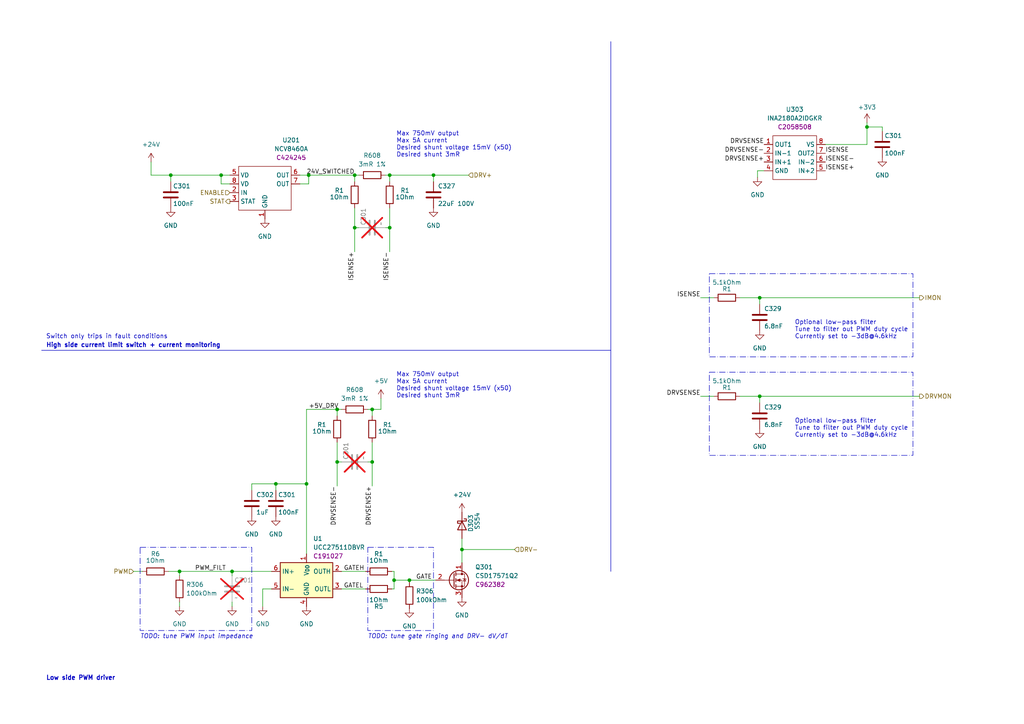
<source format=kicad_sch>
(kicad_sch (version 20230121) (generator eeschema)
  (paper "A4")
  (lib_symbols
    (symbol "Device:C" (pin_numbers hide) (pin_names (offset 0.254))
      (property "Reference" "C" (at 0.635 2.54 0))
      (property "Value" "C" (at 0.635 -2.54 0))
      (symbol "C_0_1"
        (polyline (pts (xy -2.032 -0.762) (xy 2.032 -0.762)) (stroke (width 0.508)))
        (polyline (pts (xy -2.032 0.762) (xy 2.032 0.762)) (stroke (width 0.508)))
      )
      (symbol "C_1_1"
        (pin passive line (at 0 3.81 270) (length 2.794) (name "~") (number "1"))
        (pin passive line (at 0 -3.81 90) (length 2.794) (name "~") (number "2"))
      )
    )
    (symbol "Device:D_Schottky" (pin_numbers hide) (pin_names (offset 1.016) hide)
      (property "Reference" "D" (at 0 2.54 0))
      (property "Value" "D_Schottky" (at 0 -2.54 0))
      (symbol "D_Schottky_0_1"
        (polyline (pts (xy 1.27 0) (xy -1.27 0)))
        (polyline (pts (xy 1.27 1.27) (xy 1.27 -1.27) (xy -1.27 0) (xy 1.27 1.27)) (stroke (width 0.254)))
        (polyline (pts (xy -1.905 0.635) (xy -1.905 1.27) (xy -1.27 1.27) (xy -1.27 -1.27) (xy -0.635 -1.27) (xy -0.635 -0.635)) (stroke (width 0.254)))
      )
      (symbol "D_Schottky_1_1"
        (pin passive line (at -3.81 0 0) (length 2.54) (name "K") (number "1"))
        (pin passive line (at 3.81 0 180) (length 2.54) (name "A") (number "2"))
      )
    )
    (symbol "Device:Q_NMOS_DGS" (pin_names (offset 0) hide)
      (property "Reference" "Q" (at 5.08 1.27 0))
      (property "Value" "Q_NMOS_DGS" (at 5.08 -1.27 0))
      (symbol "Q_NMOS_DGS_0_1"
        (polyline (pts (xy 0.254 0) (xy -2.54 0)))
        (polyline (pts (xy 0.254 1.905) (xy 0.254 -1.905)) (stroke (width 0.254)))
        (polyline (pts (xy 0.762 -1.27) (xy 0.762 -2.286)) (stroke (width 0.254)))
        (polyline (pts (xy 0.762 0.508) (xy 0.762 -0.508)) (stroke (width 0.254)))
        (polyline (pts (xy 0.762 2.286) (xy 0.762 1.27)) (stroke (width 0.254)))
        (polyline (pts (xy 2.54 2.54) (xy 2.54 1.778)))
        (polyline (pts (xy 2.54 -2.54) (xy 2.54 0) (xy 0.762 0)))
        (polyline (pts (xy 0.762 -1.778) (xy 3.302 -1.778) (xy 3.302 1.778) (xy 0.762 1.778)))
        (polyline (pts (xy 1.016 0) (xy 2.032 0.381) (xy 2.032 -0.381) (xy 1.016 0)) (fill (type outline)))
        (polyline (pts (xy 2.794 0.508) (xy 2.921 0.381) (xy 3.683 0.381) (xy 3.81 0.254)))
        (polyline (pts (xy 3.302 0.381) (xy 2.921 -0.254) (xy 3.683 -0.254) (xy 3.302 0.381)))
        (circle (center 1.651 0) (radius 2.794) (stroke (width 0.254)))
        (circle (center 2.54 -1.778) (radius 0.254) (fill (type outline)))
        (circle (center 2.54 1.778) (radius 0.254) (fill (type outline)))
      )
      (symbol "Q_NMOS_DGS_1_1"
        (pin passive line (at 2.54 5.08 270) (length 2.54) (name "D") (number "1"))
        (pin input line (at -5.08 0 0) (length 2.54) (name "G") (number "2"))
        (pin passive line (at 2.54 -5.08 90) (length 2.54) (name "S") (number "3"))
      )
    )
    (symbol "Device:R" (pin_numbers hide) (pin_names (offset 0))
      (property "Reference" "R" (at 2.032 0 90))
      (property "Value" "R" (at 0 0 90))
      (symbol "R_0_1"
        (rectangle (start -1.016 -2.54) (end 1.016 2.54) (stroke (width 0.254)))
      )
      (symbol "R_1_1"
        (pin passive line (at 0 3.81 270) (length 1.27) (name "~") (number "1"))
        (pin passive line (at 0 -3.81 90) (length 1.27) (name "~") (number "2"))
      )
    )
    (symbol "Driver_FET:UCC27511ADBV"
      (property "Reference" "U" (at 5.08 6.35 0))
      (property "Value" "UCC27511ADBV" (at 8.89 -6.35 0))
      (symbol "UCC27511ADBV_0_1"
        (rectangle (start -7.62 5.08) (end 7.62 -5.08) (stroke (width 0.254)) (fill (type background)))
      )
      (symbol "UCC27511ADBV_1_1"
        (pin power_in line (at 0 7.62 270) (length 2.54) (name "V_{DD}") (number "1"))
        (pin output line (at 10.16 2.54 180) (length 2.54) (name "OUTH") (number "2"))
        (pin output line (at 10.16 -2.54 180) (length 2.54) (name "OUTL") (number "3"))
        (pin power_in line (at 0 -7.62 90) (length 2.54) (name "GND") (number "4"))
        (pin input line (at -10.16 -2.54 0) (length 2.54) (name "IN-") (number "5"))
        (pin input line (at -10.16 2.54 0) (length 2.54) (name "IN+") (number "6"))
      )
    )
    (symbol "power:+24V" (power) (pin_names (offset 0))
      (property "Value" "+24V" (at 0 3.556 0))
      (symbol "+24V_0_1"
        (polyline (pts (xy -0.762 1.27) (xy 0 2.54)))
        (polyline (pts (xy 0 0) (xy 0 2.54)))
        (polyline (pts (xy 0 2.54) (xy 0.762 1.27)))
      )
      (symbol "+24V_1_1"
        (pin power_in line (at 0 0 90) (length 0) hide (name "+24V") (number "1"))
      )
    )
    (symbol "power:+3V3" (power) (pin_names (offset 0))
      (property "Value" "+3V3" (at 0 3.556 0))
      (symbol "+3V3_0_1"
        (polyline (pts (xy -0.762 1.27) (xy 0 2.54)))
        (polyline (pts (xy 0 0) (xy 0 2.54)))
        (polyline (pts (xy 0 2.54) (xy 0.762 1.27)))
      )
      (symbol "+3V3_1_1"
        (pin power_in line (at 0 0 90) (length 0) hide (name "+3V3") (number "1"))
      )
    )
    (symbol "power:+5V" (power) (pin_names (offset 0))
      (property "Value" "+5V" (at 0 3.556 0))
      (symbol "+5V_0_1"
        (polyline (pts (xy -0.762 1.27) (xy 0 2.54)))
        (polyline (pts (xy 0 0) (xy 0 2.54)))
        (polyline (pts (xy 0 2.54) (xy 0.762 1.27)))
      )
      (symbol "+5V_1_1"
        (pin power_in line (at 0 0 90) (length 0) hide (name "+5V") (number "1"))
      )
    )
    (symbol "power:GND" (power) (pin_names (offset 0))
      (property "Value" "GND" (at 0 -3.81 0))
      (symbol "GND_0_1"
        (polyline (pts (xy 0 0) (xy 0 -1.27) (xy 1.27 -1.27) (xy 0 -2.54) (xy -1.27 -1.27) (xy 0 -1.27)))
      )
      (symbol "GND_1_1"
        (pin power_in line (at 0 0 270) (length 0) hide (name "GND") (number "1"))
      )
    )
    (symbol "project:INA2180A2IDGKR"
      (property "Reference" "U" (at 0 -11.43 0))
      (property "Value" "INA2180A2IDGKR" (at 0 -8.89 0))
      (property "LCSC" "C2058508" (at 0 -19.05 0))
      (symbol "INA2180A2IDGKR_0_1"
        (rectangle (start -6.35 6.35) (end 6.35 -6.35))
      )
      (symbol "INA2180A2IDGKR_1_1"
        (pin output line (at -8.89 3.81 0) (length 2.54) (name "OUT1") (number "1"))
        (pin input line (at -8.89 1.27 0) (length 2.54) (name "IN-1") (number "2"))
        (pin input line (at -8.89 -1.27 0) (length 2.54) (name "IN+1") (number "3"))
        (pin power_out line (at -8.89 -3.81 0) (length 2.54) (name "GND") (number "4"))
        (pin input line (at 8.89 -3.81 180) (length 2.54) (name "IN+2") (number "5"))
        (pin input line (at 8.89 -1.27 180) (length 2.54) (name "IN-2") (number "6"))
        (pin output line (at 8.89 1.27 180) (length 2.54) (name "OUT2") (number "7"))
        (pin power_in line (at 8.89 3.81 180) (length 2.54) (name "VS") (number "8"))
      )
    )
    (symbol "project:NCV8460A"
      (property "Reference" "U" (at 6.35 13.97 0))
      (property "Value" "NCV8460A" (at 6.35 8.89 0))
      (property "LCSC" "C424245" (at 6.35 11.43 0))
      (symbol "NCV8460A_0_1"
        (rectangle (start -7.62 6.35) (end 7.62 -6.35))
      )
      (symbol "NCV8460A_1_1"
        (pin power_in line (at 0 -8.89 90) (length 2.54) (name "GND") (number "1"))
        (pin input line (at -10.16 -1.27 0) (length 2.54) (name "IN") (number "2"))
        (pin output line (at -10.16 -3.81 0) (length 2.54) (name "STAT") (number "3"))
        (pin no_connect line (at 2.54 -8.89 90) (length 2.54) hide (name "NC") (number "4"))
        (pin power_in line (at -10.16 3.81 0) (length 2.54) (name "VD") (number "5"))
        (pin power_out line (at 10.16 3.81 180) (length 2.54) (name "OUT") (number "6"))
        (pin power_out line (at 10.16 1.27 180) (length 2.54) (name "OUT") (number "7"))
        (pin power_in line (at -10.16 1.27 0) (length 2.54) (name "VD") (number "8"))
      )
    )
  )
  (junction (at 118.745 168.275))
  (junction (at 97.79 133.985))
  (junction (at 88.9 140.335))
  (junction (at 102.87 66.04))
  (junction (at 133.985 159.385))
  (junction (at 52.07 165.735))
  (junction (at 89.535 50.8))
  (junction (at 49.53 50.8))
  (junction (at 107.95 133.985))
  (junction (at 97.79 118.745))
  (junction (at 64.135 50.8))
  (junction (at 80.01 140.335))
  (junction (at 220.345 86.36))
  (junction (at 67.31 165.735))
  (junction (at 220.345 114.935))
  (junction (at 107.95 118.745))
  (junction (at 102.87 50.8))
  (junction (at 251.46 36.83))
  (junction (at 125.73 50.8))
  (junction (at 113.03 50.8))
  (junction (at 114.3 168.275))
  (junction (at 113.03 66.04))
  (wire (pts (xy 80.01 140.335) (xy 80.01 142.24)))
  (wire (pts (xy 67.31 174.625) (xy 67.31 175.895)))
  (wire (pts (xy 99.06 165.735) (xy 106.045 165.735)))
  (wire (pts (xy 107.95 120.65) (xy 107.95 118.745)))
  (wire (pts (xy 203.2 86.36) (xy 207.01 86.36)))
  (polyline (pts (xy 12.065 101.6) (xy 177.165 101.6)))
  (wire (pts (xy 88.9 118.745) (xy 88.9 140.335)))
  (wire (pts (xy 97.79 120.65) (xy 97.79 118.745)))
  (wire (pts (xy 76.2 175.895) (xy 76.2 170.815)))
  (wire (pts (xy 220.345 114.935) (xy 214.63 114.935)))
  (wire (pts (xy 76.2 170.815) (xy 78.74 170.815)))
  (wire (pts (xy 107.95 118.745) (xy 106.68 118.745)))
  (wire (pts (xy 219.71 51.435) (xy 219.71 49.53)))
  (wire (pts (xy 102.87 60.325) (xy 102.87 66.04)))
  (wire (pts (xy 86.995 53.34) (xy 89.535 53.34)))
  (wire (pts (xy 43.815 46.99) (xy 43.815 50.8)))
  (wire (pts (xy 113.03 66.04) (xy 113.03 60.325)))
  (wire (pts (xy 97.79 128.27) (xy 97.79 133.985)))
  (wire (pts (xy 88.9 118.745) (xy 97.79 118.745)))
  (wire (pts (xy 52.07 165.735) (xy 52.07 167.005)))
  (wire (pts (xy 113.03 50.8) (xy 113.03 52.705)))
  (wire (pts (xy 89.535 50.8) (xy 102.87 50.8)))
  (wire (pts (xy 49.53 52.705) (xy 49.53 50.8)))
  (wire (pts (xy 111.76 66.04) (xy 113.03 66.04)))
  (wire (pts (xy 125.73 50.8) (xy 125.73 52.705)))
  (wire (pts (xy 251.46 41.91) (xy 251.46 36.83)))
  (wire (pts (xy 102.87 66.04) (xy 104.14 66.04)))
  (wire (pts (xy 66.675 53.34) (xy 64.135 53.34)))
  (wire (pts (xy 114.3 168.275) (xy 118.745 168.275)))
  (polyline (pts (xy 177.165 12.065) (xy 177.165 165.735)))
  (wire (pts (xy 133.985 159.385) (xy 149.225 159.385)))
  (wire (pts (xy 220.345 88.265) (xy 220.345 86.36)))
  (wire (pts (xy 97.79 133.985) (xy 97.79 140.97)))
  (wire (pts (xy 133.985 159.385) (xy 133.985 163.195)))
  (wire (pts (xy 114.3 165.735) (xy 113.665 165.735)))
  (wire (pts (xy 113.03 50.8) (xy 125.73 50.8)))
  (wire (pts (xy 102.87 50.8) (xy 102.87 52.705)))
  (wire (pts (xy 110.49 115.57) (xy 110.49 118.745)))
  (wire (pts (xy 97.79 118.745) (xy 99.06 118.745)))
  (wire (pts (xy 113.03 73.025) (xy 113.03 66.04)))
  (wire (pts (xy 118.745 168.275) (xy 118.745 168.91)))
  (wire (pts (xy 49.53 50.8) (xy 64.135 50.8)))
  (wire (pts (xy 48.895 165.735) (xy 52.07 165.735)))
  (wire (pts (xy 97.79 133.985) (xy 99.06 133.985)))
  (wire (pts (xy 114.3 170.815) (xy 114.3 168.275)))
  (wire (pts (xy 125.73 50.8) (xy 135.89 50.8)))
  (wire (pts (xy 43.815 50.8) (xy 49.53 50.8)))
  (wire (pts (xy 86.995 50.8) (xy 89.535 50.8)))
  (wire (pts (xy 251.46 36.83) (xy 255.905 36.83)))
  (wire (pts (xy 80.01 140.335) (xy 88.9 140.335)))
  (wire (pts (xy 251.46 35.56) (xy 251.46 36.83)))
  (wire (pts (xy 38.735 165.735) (xy 41.275 165.735)))
  (wire (pts (xy 80.01 140.335) (xy 73.025 140.335)))
  (wire (pts (xy 64.135 53.34) (xy 64.135 50.8)))
  (wire (pts (xy 113.665 170.815) (xy 114.3 170.815)))
  (wire (pts (xy 99.06 170.815) (xy 106.045 170.815)))
  (wire (pts (xy 111.76 50.8) (xy 113.03 50.8)))
  (wire (pts (xy 107.95 140.97) (xy 107.95 133.985)))
  (wire (pts (xy 114.3 168.275) (xy 114.3 165.735)))
  (wire (pts (xy 220.345 86.36) (xy 214.63 86.36)))
  (wire (pts (xy 106.68 133.985) (xy 107.95 133.985)))
  (wire (pts (xy 107.95 133.985) (xy 107.95 128.27)))
  (wire (pts (xy 220.345 116.84) (xy 220.345 114.935)))
  (wire (pts (xy 67.31 165.735) (xy 67.31 167.005)))
  (wire (pts (xy 89.535 53.34) (xy 89.535 50.8)))
  (wire (pts (xy 102.87 66.04) (xy 102.87 73.025)))
  (wire (pts (xy 52.07 174.625) (xy 52.07 175.895)))
  (wire (pts (xy 239.395 41.91) (xy 251.46 41.91)))
  (wire (pts (xy 118.745 168.275) (xy 126.365 168.275)))
  (wire (pts (xy 67.31 165.735) (xy 78.74 165.735)))
  (wire (pts (xy 107.95 118.745) (xy 110.49 118.745)))
  (wire (pts (xy 203.2 114.935) (xy 207.01 114.935)))
  (wire (pts (xy 255.905 36.83) (xy 255.905 38.1)))
  (wire (pts (xy 52.07 165.735) (xy 67.31 165.735)))
  (wire (pts (xy 220.345 114.935) (xy 266.7 114.935)))
  (wire (pts (xy 220.345 86.36) (xy 266.7 86.36)))
  (wire (pts (xy 64.135 50.8) (xy 66.675 50.8)))
  (wire (pts (xy 102.87 50.8) (xy 104.14 50.8)))
  (wire (pts (xy 73.025 140.335) (xy 73.025 142.24)))
  (wire (pts (xy 88.9 140.335) (xy 88.9 160.655)))
  (wire (pts (xy 219.71 49.53) (xy 221.615 49.53)))
  (wire (pts (xy 133.985 156.21) (xy 133.985 159.385)))
  (rectangle (start 205.74 79.375) (end 264.795 103.505) (stroke (width 0) (type dash_dot)))
  (rectangle (start 205.74 107.95) (end 264.795 132.08) (stroke (width 0) (type dash_dot)))
  (rectangle (start 106.68 158.75) (end 125.73 182.88) (stroke (width 0) (type dash_dot)))
  (rectangle (start 40.64 158.75) (end 73.025 182.88) (stroke (width 0) (type dash_dot)))
  (text "Optional low-pass filter\nTune to filter out PWM duty cycle\nCurrently set to -3dB@4.6kHz" (at 230.505 98.425 0) (effects (font (size 1.27 1.27)) (justify left bottom)))
  (text "Switch only trips in fault conditions" (at 13.335 98.425 0) (effects (font (size 1.27 1.27)) (justify left bottom)))
  (text "Max 750mV output\nMax 5A current\nDesired shunt voltage 15mV (x50)\nDesired shunt 3mR\n" (at 114.935 115.57 0) (effects (font (size 1.27 1.27)) (justify left bottom)))
  (text "High side current limit switch + current monitoring" (at 13.335 100.965 0) (effects (font (size 1.27 1.27) bold) (justify left bottom)))
  (text "Max 750mV output\nMax 5A current\nDesired shunt voltage 15mV (x50)\nDesired shunt 3mR\n" (at 114.935 45.72 0) (effects (font (size 1.27 1.27)) (justify left bottom)))
  (text "TODO: tune gate ringing and DRV- dV/dT" (at 106.68 185.42 0) (effects (font (size 1.27 1.27) italic) (justify left bottom)))
  (text "Optional low-pass filter\nTune to filter out PWM duty cycle\nCurrently set to -3dB@4.6kHz" (at 230.505 127 0) (effects (font (size 1.27 1.27)) (justify left bottom)))
  (text "Low side PWM driver" (at 13.335 197.485 0) (effects (font (size 1.27 1.27) bold) (justify left bottom)))
  (text "TODO: tune PWM input impedance" (at 40.64 185.42 0) (effects (font (size 1.27 1.27) italic) (justify left bottom)))
  (label "GATE" (at 120.65 168.275 0))
  (label "DRVSENSE-" (at 97.79 140.97 270))
  (label "DRVSENSE-" (at 221.615 44.45 180))
  (label "DRVSENSE+" (at 107.95 140.97 270))
  (label "DRVSENSE" (at 203.2 114.935 180))
  (label "+5V_DRV" (at 89.535 118.745 0))
  (label "GATEL" (at 99.695 170.815 0))
  (label "24V_SWITCHED" (at 88.9 50.8 0))
  (label "ISENSE" (at 203.2 86.36 180))
  (label "ISENSE+" (at 102.87 73.025 270))
  (label "ISENSE+" (at 239.395 49.53 0))
  (label "GATEH" (at 99.695 165.735 0))
  (label "ISENSE-" (at 113.03 73.025 270))
  (label "DRVSENSE+" (at 221.615 46.99 180))
  (label "DRVSENSE" (at 221.615 41.91 180))
  (label "PWM_FILT" (at 56.515 165.735 0))
  (label "ISENSE-" (at 239.395 46.99 0))
  (label "ISENSE" (at 239.395 44.45 0))
  (hierarchical_label "DRVMON" (shape output) (at 266.7 114.935 0))
  (hierarchical_label "DRV+" (shape input) (at 135.89 50.8 0))
  (hierarchical_label "PWM" (shape input) (at 38.735 165.735 180))
  (hierarchical_label "ENABLE" (shape input) (at 66.675 55.88 180))
  (hierarchical_label "STAT" (shape output) (at 66.675 58.42 180))
  (hierarchical_label "DRV-" (shape input) (at 149.225 159.385 0))
  (hierarchical_label "IMON" (shape output) (at 266.7 86.36 0))
  (symbol (lib_id "Device:R") (at 210.82 86.36 90) (unit 1)
    (property "Reference" "R1" (at 210.82 83.82 90))
    (property "Value" "5.1kOhm" (at 210.82 81.915 90))
    (property "Footprint" "Resistor_SMD:R_0402_1005Metric" (effects hide))
    (property "Datasheet" "https://datasheet.lcsc.com/lcsc/1810301112_UNI-ROYAL-Uniroyal-Elec-0402WGF5101TCE_C25905.pdf" (effects hide))
    (property "LCSC" "C25905" (effects hide))
    (instances (project "lumicam-prog" (path "" (reference "R1") (unit 1))) (project "dis-esp32-programmer" (path "" (reference "R1") (unit 1))) (project "leddimmer-hw" (path "" (reference "R403") (unit 1)) (path "" (reference "R212") (unit 1)) (path "" (reference "R312") (unit 1))))
  )
  (symbol (lib_id "Device:R") (at 97.79 124.46 180) (unit 1)
    (property "Reference" "R1" (at 93.345 123.19 0))
    (property "Value" "1Ohm" (at 93.345 125.095 0))
    (property "Footprint" "Resistor_SMD:R_0402_1005Metric" (effects hide))
    (property "LCSC" "C25086" (effects hide))
    (instances (project "leddimmer-hw" (path "" (reference "R1") (unit 1)) (path "" (reference "R203") (unit 1)) (path "" (reference "R303") (unit 1))))
  )
  (symbol (lib_id "power:+24V") (at 133.985 148.59 0) (unit 1)
    (property "Reference" "#PWR0213" (effects hide))
    (property "Value" "+24V" (at 133.985 143.51 0))
    (instances (project "leddimmer-hw" (path "" (reference "#PWR0213") (unit 1)) (path "" (reference "#PWR0313") (unit 1))))
  )
  (symbol (lib_id "power:+5V") (at 110.49 115.57 0) (unit 1)
    (property "Reference" "#PWR0210" (effects hide))
    (property "Value" "+5V" (at 110.49 110.49 0))
    (instances (project "leddimmer-hw" (path "" (reference "#PWR0210") (unit 1)) (path "" (reference "#PWR0310") (unit 1))))
  )
  (symbol (lib_id "project:INA2180A2IDGKR") (at 230.505 45.72 0) (unit 1)
    (property "Reference" "U303" (at 230.505 31.75 0))
    (property "Value" "INA2180A2IDGKR" (at 230.505 34.29 0))
    (property "Footprint" "Package_SO:VSSOP-8_3.0x3.0mm_P0.65mm" (effects hide))
    (property "Datasheet" "https://www.ti.com/lit/ds/symlink/ina2180.pdf" (effects hide))
    (property "LCSC" "C2058508" (at 230.505 36.83 0))
    (instances (project "leddimmer-hw" (path "" (reference "U303") (unit 1)) (path "" (reference "U203") (unit 1))))
  )
  (symbol (lib_id "Device:R") (at 118.745 172.72 180) (unit 1)
    (property "Reference" "R306" (at 120.65 171.45 0) (effects (justify right)))
    (property "Value" "100kOhm" (at 120.65 173.99 0) (effects (justify right)))
    (property "Footprint" "Resistor_SMD:R_0402_1005Metric" (effects hide))
    (property "LCSC" "C25741" (effects hide))
    (instances (project "fancontroller" (path "" (reference "R306") (unit 1))) (project "leddimmer-hw" (path "" (reference "R3") (unit 1)) (path "" (reference "R211") (unit 1)) (path "" (reference "R311") (unit 1))))
  )
  (symbol (lib_id "Device:C") (at 102.87 133.985 90) (unit 1) (in_bom no) (dnp yes)
    (property "Reference" "C301" (at 100.33 133.35 0) (effects (justify left)))
    (property "Value" "~" (at 105.41 133.35 0) (effects (justify left)))
    (property "Footprint" "Capacitor_SMD:C_0402_1005Metric" (effects hide))
    (instances (project "fancontroller" (path "" (reference "C301") (unit 1))) (project "leddimmer-hw" (path "" (reference "C1") (unit 1)) (path "" (reference "C205") (unit 1)) (path "" (reference "C305") (unit 1))))
  )
  (symbol (lib_id "power:GND") (at 220.345 95.885 0) (unit 1)
    (property "Reference" "#PWR06" (effects hide))
    (property "Value" "GND" (at 220.345 100.965 0))
    (instances (project "leddimmer-hw" (path "" (reference "#PWR06") (unit 1)) (path "" (reference "#PWR0216") (unit 1)) (path "" (reference "#PWR0316") (unit 1))))
  )
  (symbol (lib_id "project:NCV8460A") (at 76.835 54.61 0) (unit 1)
    (property "Reference" "U201" (at 84.455 40.64 0))
    (property "Value" "NCV8460A" (at 84.455 43.18 0))
    (property "Footprint" "Package_SO:SOIC-8_3.9x4.9mm_P1.27mm" (effects hide))
    (property "Datasheet" "https://datasheet.lcsc.com/lcsc/1912111437_onsemi-NCV8460ADR2G_C424245.pdf" (effects hide))
    (property "LCSC" "C424245" (at 84.455 45.72 0))
    (instances (project "leddimmer-hw" (path "" (reference "U201") (unit 1)) (path "" (reference "U301") (unit 1))))
  )
  (symbol (lib_id "Device:C") (at 255.905 41.91 0) (unit 1)
    (property "Reference" "C301" (at 256.54 39.37 0) (effects (justify left)))
    (property "Value" "100nF" (at 256.54 44.45 0) (effects (justify left)))
    (property "Footprint" "Capacitor_SMD:C_0402_1005Metric" (effects hide))
    (property "LCSC" "C307331" (effects hide))
    (instances (project "fancontroller" (path "" (reference "C301") (unit 1))) (project "leddimmer-hw" (path "" (reference "C1") (unit 1)) (path "" (reference "C210") (unit 1)) (path "" (reference "C310") (unit 1))))
  )
  (symbol (lib_id "Device:C") (at 49.53 56.515 0) (unit 1)
    (property "Reference" "C301" (at 50.165 53.975 0) (effects (justify left)))
    (property "Value" "100nF" (at 50.165 59.055 0) (effects (justify left)))
    (property "Footprint" "Capacitor_SMD:C_0402_1005Metric" (effects hide))
    (property "LCSC" "C307331" (effects hide))
    (instances (project "fancontroller" (path "" (reference "C301") (unit 1))) (project "leddimmer-hw" (path "" (reference "C1") (unit 1)) (path "" (reference "C201") (unit 1)) (path "" (reference "C301") (unit 1))))
  )
  (symbol (lib_id "power:GND") (at 219.71 51.435 0) (unit 1)
    (property "Reference" "#PWR06" (effects hide))
    (property "Value" "GND" (at 219.71 56.515 0))
    (instances (project "leddimmer-hw" (path "" (reference "#PWR06") (unit 1)) (path "" (reference "#PWR0215") (unit 1)) (path "" (reference "#PWR0315") (unit 1))))
  )
  (symbol (lib_id "Device:R") (at 210.82 114.935 90) (unit 1)
    (property "Reference" "R1" (at 210.82 112.395 90))
    (property "Value" "5.1kOhm" (at 210.82 110.49 90))
    (property "Footprint" "Resistor_SMD:R_0402_1005Metric" (effects hide))
    (property "Datasheet" "https://datasheet.lcsc.com/lcsc/1810301112_UNI-ROYAL-Uniroyal-Elec-0402WGF5101TCE_C25905.pdf" (effects hide))
    (property "LCSC" "C25905" (effects hide))
    (instances (project "lumicam-prog" (path "" (reference "R1") (unit 1))) (project "dis-esp32-programmer" (path "" (reference "R1") (unit 1))) (project "leddimmer-hw" (path "" (reference "R403") (unit 1)) (path "" (reference "R213") (unit 1)) (path "" (reference "R313") (unit 1))))
  )
  (symbol (lib_id "power:GND") (at 255.905 45.72 0) (unit 1)
    (property "Reference" "#PWR06" (effects hide))
    (property "Value" "GND" (at 255.905 50.8 0))
    (instances (project "leddimmer-hw" (path "" (reference "#PWR06") (unit 1)) (path "" (reference "#PWR0219") (unit 1)) (path "" (reference "#PWR0319") (unit 1))))
  )
  (symbol (lib_id "Device:C") (at 220.345 92.075 0) (unit 1)
    (property "Reference" "C329" (at 221.615 89.535 0) (effects (justify left)))
    (property "Value" "6.8nF" (at 221.615 94.615 0) (effects (justify left)))
    (property "Footprint" "Capacitor_SMD:C_0402_1005Metric" (effects hide))
    (property "LCSC" "C189470" (effects hide))
    (instances (project "fancontroller" (path "" (reference "C329") (unit 1))) (project "leddimmer-hw" (path "" (reference "C504") (unit 1)) (path "" (reference "C208") (unit 1)) (path "" (reference "C308") (unit 1))))
  )
  (symbol (lib_id "Device:R") (at 52.07 170.815 180) (unit 1)
    (property "Reference" "R306" (at 53.975 169.545 0) (effects (justify right)))
    (property "Value" "100kOhm" (at 53.975 172.085 0) (effects (justify right)))
    (property "Footprint" "Resistor_SMD:R_0402_1005Metric" (effects hide))
    (property "LCSC" "C25741" (effects hide))
    (instances (project "fancontroller" (path "" (reference "R306") (unit 1))) (project "leddimmer-hw" (path "" (reference "R2") (unit 1)) (path "" (reference "R202") (unit 1)) (path "" (reference "R302") (unit 1))))
  )
  (symbol (lib_id "Device:C") (at 220.345 120.65 0) (unit 1)
    (property "Reference" "C329" (at 221.615 118.11 0) (effects (justify left)))
    (property "Value" "6.8nF" (at 221.615 123.19 0) (effects (justify left)))
    (property "Footprint" "Capacitor_SMD:C_0402_1005Metric" (effects hide))
    (property "LCSC" "C189470" (effects hide))
    (instances (project "fancontroller" (path "" (reference "C329") (unit 1))) (project "leddimmer-hw" (path "" (reference "C504") (unit 1)) (path "" (reference "C209") (unit 1)) (path "" (reference "C309") (unit 1))))
  )
  (symbol (lib_id "power:GND") (at 52.07 175.895 0) (unit 1)
    (property "Reference" "#PWR05" (effects hide))
    (property "Value" "GND" (at 52.07 180.975 0))
    (instances (project "leddimmer-hw" (path "" (reference "#PWR05") (unit 1)) (path "" (reference "#PWR0203") (unit 1)) (path "" (reference "#PWR0303") (unit 1))))
  )
  (symbol (lib_id "power:GND") (at 76.835 63.5 0) (unit 1)
    (property "Reference" "#PWR06" (effects hide))
    (property "Value" "GND" (at 76.835 68.58 0))
    (instances (project "leddimmer-hw" (path "" (reference "#PWR06") (unit 1)) (path "" (reference "#PWR0207") (unit 1)) (path "" (reference "#PWR0307") (unit 1))))
  )
  (symbol (lib_id "Driver_FET:UCC27511ADBV") (at 88.9 168.275 0) (unit 1)
    (property "Reference" "U1" (at 90.805 156.21 0) (effects (justify left)))
    (property "Value" "UCC27511DBVR" (at 90.805 158.75 0) (effects (justify left)))
    (property "Footprint" "Package_TO_SOT_SMD:SOT-23-6" (effects hide))
    (property "Datasheet" "https://www.ti.com/lit/ds/symlink/ucc27511a.pdf" (effects hide))
    (property "LCSC" "C191027" (at 90.805 161.29 0) (effects (justify left)))
    (instances (project "leddimmer-hw" (path "" (reference "U1") (unit 1)) (path "" (reference "U202") (unit 1)) (path "" (reference "U302") (unit 1))))
  )
  (symbol (lib_id "Device:C") (at 107.95 66.04 90) (unit 1) (in_bom no) (dnp yes)
    (property "Reference" "C301" (at 105.41 65.405 0) (effects (justify left)))
    (property "Value" "~" (at 110.49 65.405 0) (effects (justify left)))
    (property "Footprint" "Capacitor_SMD:C_0402_1005Metric" (effects hide))
    (instances (project "fancontroller" (path "" (reference "C301") (unit 1))) (project "leddimmer-hw" (path "" (reference "C1") (unit 1)) (path "" (reference "C206") (unit 1)) (path "" (reference "C306") (unit 1))))
  )
  (symbol (lib_id "power:GND") (at 76.2 175.895 0) (unit 1)
    (property "Reference" "#PWR04" (effects hide))
    (property "Value" "GND" (at 76.2 180.975 0))
    (instances (project "leddimmer-hw" (path "" (reference "#PWR04") (unit 1)) (path "" (reference "#PWR0206") (unit 1)) (path "" (reference "#PWR0306") (unit 1))))
  )
  (symbol (lib_id "Device:R") (at 113.03 56.515 180) (unit 1)
    (property "Reference" "R1" (at 117.475 55.245 0))
    (property "Value" "1Ohm" (at 117.475 57.15 0))
    (property "Footprint" "Resistor_SMD:R_0402_1005Metric" (effects hide))
    (property "LCSC" "C25086" (effects hide))
    (instances (project "leddimmer-hw" (path "" (reference "R1") (unit 1)) (path "" (reference "R210") (unit 1)) (path "" (reference "R310") (unit 1))))
  )
  (symbol (lib_id "power:GND") (at 49.53 60.325 0) (unit 1)
    (property "Reference" "#PWR06" (effects hide))
    (property "Value" "GND" (at 49.53 65.405 0))
    (instances (project "leddimmer-hw" (path "" (reference "#PWR06") (unit 1)) (path "" (reference "#PWR0202") (unit 1)) (path "" (reference "#PWR0302") (unit 1))))
  )
  (symbol (lib_id "Device:R") (at 45.085 165.735 90) (unit 1)
    (property "Reference" "R6" (at 45.085 160.655 90))
    (property "Value" "1Ohm" (at 45.085 162.56 90))
    (property "Footprint" "Resistor_SMD:R_0402_1005Metric" (effects hide))
    (property "LCSC" "C25086" (effects hide))
    (instances (project "leddimmer-hw" (path "" (reference "R6") (unit 1)) (path "" (reference "R201") (unit 1)) (path "" (reference "R301") (unit 1))))
  )
  (symbol (lib_id "power:GND") (at 133.985 173.355 0) (unit 1)
    (property "Reference" "#PWR02" (effects hide))
    (property "Value" "GND" (at 133.985 178.435 0))
    (instances (project "leddimmer-hw" (path "" (reference "#PWR02") (unit 1)) (path "" (reference "#PWR0214") (unit 1)) (path "" (reference "#PWR0314") (unit 1))))
  )
  (symbol (lib_id "Device:R") (at 109.855 170.815 270) (unit 1)
    (property "Reference" "R5" (at 109.855 175.895 90))
    (property "Value" "1Ohm" (at 109.855 173.99 90))
    (property "Footprint" "Resistor_SMD:R_0402_1005Metric" (effects hide))
    (property "LCSC" "C25086" (effects hide))
    (instances (project "leddimmer-hw" (path "" (reference "R5") (unit 1)) (path "" (reference "R209") (unit 1)) (path "" (reference "R309") (unit 1))))
  )
  (symbol (lib_id "power:GND") (at 73.025 149.86 0) (unit 1)
    (property "Reference" "#PWR08" (effects hide))
    (property "Value" "GND" (at 73.025 154.94 0))
    (instances (project "leddimmer-hw" (path "" (reference "#PWR08") (unit 1)) (path "" (reference "#PWR0205") (unit 1)) (path "" (reference "#PWR0305") (unit 1))))
  )
  (symbol (lib_id "power:GND") (at 88.9 175.895 0) (unit 1)
    (property "Reference" "#PWR03" (effects hide))
    (property "Value" "GND" (at 88.9 180.975 0))
    (instances (project "leddimmer-hw" (path "" (reference "#PWR03") (unit 1)) (path "" (reference "#PWR0209") (unit 1)) (path "" (reference "#PWR0309") (unit 1))))
  )
  (symbol (lib_id "power:+24V") (at 43.815 46.99 0) (unit 1)
    (property "Reference" "#PWR0201" (effects hide))
    (property "Value" "+24V" (at 43.815 41.91 0))
    (instances (project "leddimmer-hw" (path "" (reference "#PWR0201") (unit 1)) (path "" (reference "#PWR0301") (unit 1))))
  )
  (symbol (lib_id "power:+3V3") (at 251.46 35.56 0) (unit 1)
    (property "Reference" "#PWR0218" (effects hide))
    (property "Value" "+3V3" (at 251.46 31.115 0))
    (instances (project "leddimmer-hw" (path "" (reference "#PWR0218") (unit 1)) (path "" (reference "#PWR0318") (unit 1))))
  )
  (symbol (lib_id "Device:C") (at 125.73 56.515 0) (unit 1)
    (property "Reference" "C327" (at 127 53.975 0) (effects (justify left)))
    (property "Value" "22uF 100V" (at 127 59.055 0) (effects (justify left)))
    (property "Footprint" "Capacitor_SMD:C_2220_5750Metric" (effects hide))
    (property "LCSC" "C575373" (effects hide))
    (instances (project "fancontroller" (path "" (reference "C327") (unit 1))) (project "leddimmer-hw" (path "" (reference "C511") (unit 1)) (path "" (reference "C207") (unit 1)) (path "" (reference "C307") (unit 1))))
  )
  (symbol (lib_id "power:GND") (at 80.01 149.86 0) (unit 1)
    (property "Reference" "#PWR07" (effects hide))
    (property "Value" "GND" (at 80.01 154.94 0))
    (instances (project "leddimmer-hw" (path "" (reference "#PWR07") (unit 1)) (path "" (reference "#PWR0208") (unit 1)) (path "" (reference "#PWR0308") (unit 1))))
  )
  (symbol (lib_id "Device:R") (at 102.87 56.515 180) (unit 1)
    (property "Reference" "R1" (at 98.425 55.245 0))
    (property "Value" "1Ohm" (at 98.425 57.15 0))
    (property "Footprint" "Resistor_SMD:R_0402_1005Metric" (effects hide))
    (property "LCSC" "C25086" (effects hide))
    (instances (project "leddimmer-hw" (path "" (reference "R1") (unit 1)) (path "" (reference "R204") (unit 1)) (path "" (reference "R304") (unit 1))))
  )
  (symbol (lib_id "Device:R") (at 109.855 165.735 90) (unit 1)
    (property "Reference" "R1" (at 109.855 160.655 90))
    (property "Value" "1Ohm" (at 109.855 162.56 90))
    (property "Footprint" "Resistor_SMD:R_0402_1005Metric" (effects hide))
    (property "LCSC" "C25086" (effects hide))
    (instances (project "leddimmer-hw" (path "" (reference "R1") (unit 1)) (path "" (reference "R208") (unit 1)) (path "" (reference "R308") (unit 1))))
  )
  (symbol (lib_id "Device:R") (at 107.95 124.46 180) (unit 1)
    (property "Reference" "R1" (at 112.395 123.19 0))
    (property "Value" "1Ohm" (at 112.395 125.095 0))
    (property "Footprint" "Resistor_SMD:R_0402_1005Metric" (effects hide))
    (property "LCSC" "C25086" (effects hide))
    (instances (project "leddimmer-hw" (path "" (reference "R1") (unit 1)) (path "" (reference "R207") (unit 1)) (path "" (reference "R307") (unit 1))))
  )
  (symbol (lib_id "Device:C") (at 80.01 146.05 0) (unit 1)
    (property "Reference" "C301" (at 80.645 143.51 0) (effects (justify left)))
    (property "Value" "100nF" (at 80.645 148.59 0) (effects (justify left)))
    (property "Footprint" "Capacitor_SMD:C_0402_1005Metric" (effects hide))
    (property "LCSC" "C307331" (effects hide))
    (instances (project "fancontroller" (path "" (reference "C301") (unit 1))) (project "leddimmer-hw" (path "" (reference "C1") (unit 1)) (path "" (reference "C204") (unit 1)) (path "" (reference "C304") (unit 1))))
  )
  (symbol (lib_id "Device:D_Schottky") (at 133.985 152.4 270) (unit 1)
    (property "Reference" "D303" (at 136.525 151.765 0))
    (property "Value" "SS54" (at 138.43 151.13 0))
    (property "Footprint" "Diode_SMD:D_SMA" (effects hide))
    (property "LCSC" "C22452" (effects hide))
    (instances (project "fancontroller" (path "" (reference "D303") (unit 1))) (project "leddimmer-hw" (path "" (reference "D503") (unit 1)) (path "" (reference "D201") (unit 1)) (path "" (reference "D301") (unit 1))))
  )
  (symbol (lib_id "power:GND") (at 125.73 60.325 0) (unit 1)
    (property "Reference" "#PWR06" (effects hide))
    (property "Value" "GND" (at 125.73 65.405 0))
    (instances (project "leddimmer-hw" (path "" (reference "#PWR06") (unit 1)) (path "" (reference "#PWR0212") (unit 1)) (path "" (reference "#PWR0312") (unit 1))))
  )
  (symbol (lib_id "power:GND") (at 118.745 176.53 0) (unit 1)
    (property "Reference" "#PWR06" (effects hide))
    (property "Value" "GND" (at 118.745 181.61 0))
    (instances (project "leddimmer-hw" (path "" (reference "#PWR06") (unit 1)) (path "" (reference "#PWR0211") (unit 1)) (path "" (reference "#PWR0311") (unit 1))))
  )
  (symbol (lib_id "Device:R") (at 107.95 50.8 270) (unit 1)
    (property "Reference" "R608" (at 107.95 45.085 90))
    (property "Value" "3mR 1%" (at 107.95 47.625 90))
    (property "Footprint" "Resistor_SMD:R_1206_3216Metric" (effects hide))
    (property "LCSC" "C875582" (effects hide))
    (instances (project "fancontroller" (path "" (reference "R608") (unit 1))) (project "leddimmer-hw" (path "" (reference "R206") (unit 1)) (path "" (reference "R306") (unit 1))))
  )
  (symbol (lib_id "Device:C") (at 67.31 170.815 0) (unit 1) (in_bom no) (dnp yes)
    (property "Reference" "C301" (at 67.945 168.275 0) (effects (justify left)))
    (property "Value" "~" (at 67.945 173.355 0) (effects (justify left)))
    (property "Footprint" "Capacitor_SMD:C_0402_1005Metric" (effects hide))
    (instances (project "fancontroller" (path "" (reference "C301") (unit 1))) (project "leddimmer-hw" (path "" (reference "C3") (unit 1)) (path "" (reference "C202") (unit 1)) (path "" (reference "C302") (unit 1))))
  )
  (symbol (lib_id "power:GND") (at 67.31 175.895 0) (unit 1)
    (property "Reference" "#PWR09" (effects hide))
    (property "Value" "GND" (at 67.31 180.975 0))
    (instances (project "leddimmer-hw" (path "" (reference "#PWR09") (unit 1)) (path "" (reference "#PWR0204") (unit 1)) (path "" (reference "#PWR0304") (unit 1))))
  )
  (symbol (lib_id "Device:Q_NMOS_DGS") (at 131.445 168.275 0) (unit 1)
    (property "Reference" "Q301" (at 137.795 164.465 0) (effects (justify left)))
    (property "Value" "CSD17571Q2" (at 137.795 167.005 0) (effects (justify left)))
    (property "Footprint" "project:CSD17571Q2" (effects hide))
    (property "LCSC" "C962382" (at 137.795 169.545 0) (effects (justify left)))
    (instances (project "fancontroller" (path "" (reference "Q301") (unit 1))) (project "leddimmer-hw" (path "" (reference "Q1") (unit 1)) (path "" (reference "Q201") (unit 1)) (path "" (reference "Q301") (unit 1))))
  )
  (symbol (lib_id "Device:R") (at 102.87 118.745 270) (unit 1)
    (property "Reference" "R608" (at 102.87 113.03 90))
    (property "Value" "3mR 1%" (at 102.87 115.57 90))
    (property "Footprint" "Resistor_SMD:R_1206_3216Metric" (effects hide))
    (property "LCSC" "C875582" (effects hide))
    (instances (project "fancontroller" (path "" (reference "R608") (unit 1))) (project "leddimmer-hw" (path "" (reference "R205") (unit 1)) (path "" (reference "R305") (unit 1))))
  )
  (symbol (lib_id "Device:C") (at 73.025 146.05 0) (unit 1)
    (property "Reference" "C302" (at 74.295 143.51 0) (effects (justify left)))
    (property "Value" "1uF" (at 74.295 148.59 0) (effects (justify left)))
    (property "Footprint" "Capacitor_SMD:C_0402_1005Metric" (effects hide))
    (property "LCSC" "C52923" (effects hide))
    (instances (project "fancontroller" (path "" (reference "C302") (unit 1))) (project "leddimmer-hw" (path "" (reference "C2") (unit 1)) (path "" (reference "C203") (unit 1)) (path "" (reference "C303") (unit 1))))
  )
  (symbol (lib_id "power:GND") (at 220.345 124.46 0) (unit 1)
    (property "Reference" "#PWR06" (effects hide))
    (property "Value" "GND" (at 220.345 129.54 0))
    (instances (project "leddimmer-hw" (path "" (reference "#PWR06") (unit 1)) (path "" (reference "#PWR0217") (unit 1)) (path "" (reference "#PWR0317") (unit 1))))
  )
)
</source>
